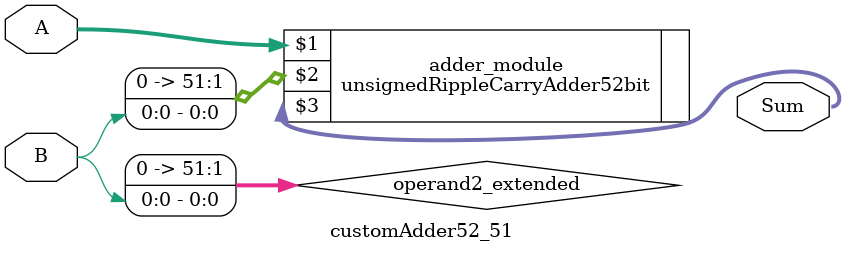
<source format=v>
module customAdder52_51(
                        input [51 : 0] A,
                        input [0 : 0] B,
                        
                        output [52 : 0] Sum
                );

        wire [51 : 0] operand2_extended;
        
        assign operand2_extended =  {51'b0, B};
        
        unsignedRippleCarryAdder52bit adder_module(
            A,
            operand2_extended,
            Sum
        );
        
        endmodule
        
</source>
